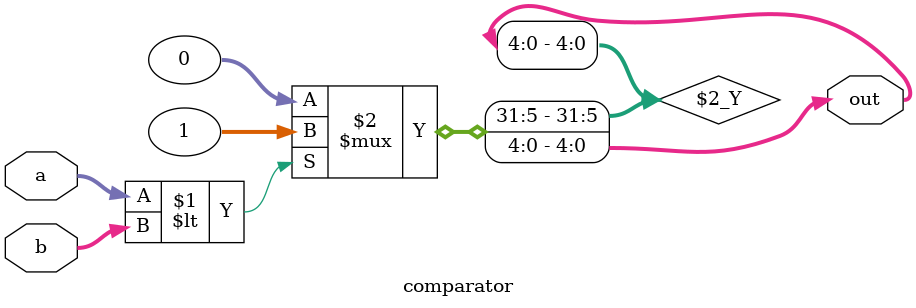
<source format=v>
`timescale 1ns / 1ps


module comparator(
input[4:0] a,b,
output[4:0] out
);
assign out= (a<b)? 1:0;
endmodule


</source>
